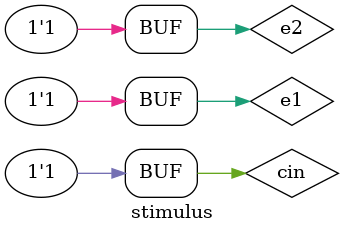
<source format=v>
`timescale 1ns / 1ps
module stimulus;
    // Inputs
    reg e1;
    reg e2;
    reg cin;

    // Outputs
    wire s;
    wire cout;

    // Instantiate the Unit Under Test (UUT)
    one_bit uut (
        e1,
        e2,
        cin,
        s,
        cout
    );

    initial begin
        $dumpfile("test.vcd");
        $dumpvars(0,stimulus);

        // Initialize Inputs
        e1 = 0; e2 = 0; cin = 0;
        #20 cin = 1;
        #20 e2 = 1; cin = 0;
        #20 cin = 1;
        #20 e1 = 1; e2 = 0; cin = 0;
        #20 cin = 1;
        #20 e2 = 1; cin = 0;
        #20 cin = 1;
        #40;
    end

    initial begin
        $monitor("t=%3d e1=%d e2=%d cin=%d => s=%d cout=%d",
                 $time, e1, e2, cin, s, cout);
    end
endmodule

</source>
